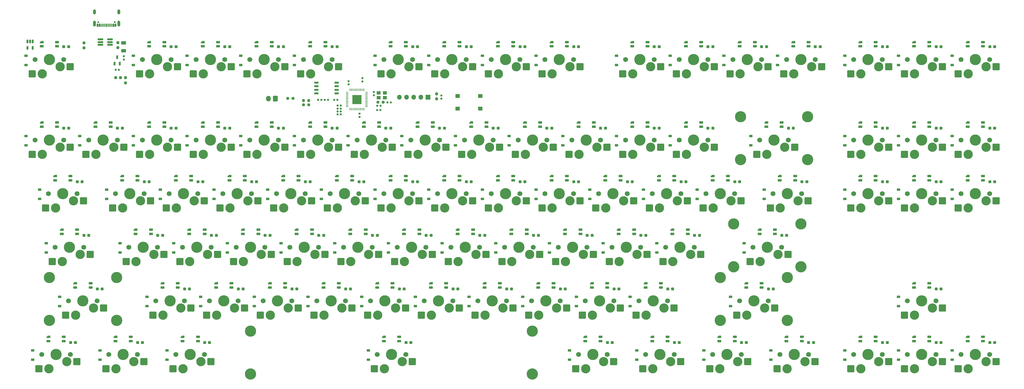
<source format=gbr>
%TF.GenerationSoftware,KiCad,Pcbnew,8.0.8*%
%TF.CreationDate,2025-02-03T11:25:15-05:00*%
%TF.ProjectId,keyboard_pcb,6b657962-6f61-4726-945f-7063622e6b69,rev?*%
%TF.SameCoordinates,Original*%
%TF.FileFunction,Soldermask,Bot*%
%TF.FilePolarity,Negative*%
%FSLAX46Y46*%
G04 Gerber Fmt 4.6, Leading zero omitted, Abs format (unit mm)*
G04 Created by KiCad (PCBNEW 8.0.8) date 2025-02-03 11:25:15*
%MOMM*%
%LPD*%
G01*
G04 APERTURE LIST*
G04 Aperture macros list*
%AMRoundRect*
0 Rectangle with rounded corners*
0 $1 Rounding radius*
0 $2 $3 $4 $5 $6 $7 $8 $9 X,Y pos of 4 corners*
0 Add a 4 corners polygon primitive as box body*
4,1,4,$2,$3,$4,$5,$6,$7,$8,$9,$2,$3,0*
0 Add four circle primitives for the rounded corners*
1,1,$1+$1,$2,$3*
1,1,$1+$1,$4,$5*
1,1,$1+$1,$6,$7*
1,1,$1+$1,$8,$9*
0 Add four rect primitives between the rounded corners*
20,1,$1+$1,$2,$3,$4,$5,0*
20,1,$1+$1,$4,$5,$6,$7,0*
20,1,$1+$1,$6,$7,$8,$9,0*
20,1,$1+$1,$8,$9,$2,$3,0*%
%AMFreePoly0*
4,1,18,-0.410000,0.593000,-0.403758,0.624380,-0.385983,0.650983,-0.359380,0.668758,-0.328000,0.675000,0.328000,0.675000,0.359380,0.668758,0.385983,0.650983,0.403758,0.624380,0.410000,0.593000,0.410000,-0.593000,0.403758,-0.624380,0.385983,-0.650983,0.359380,-0.668758,0.328000,-0.675000,0.000000,-0.675000,-0.410000,-0.265000,-0.410000,0.593000,-0.410000,0.593000,$1*%
G04 Aperture macros list end*
%ADD10C,4.000000*%
%ADD11C,3.987800*%
%ADD12C,1.750000*%
%ADD13C,3.300000*%
%ADD14RoundRect,0.250000X-1.025000X-1.000000X1.025000X-1.000000X1.025000X1.000000X-1.025000X1.000000X0*%
%ADD15RoundRect,0.225000X-0.375000X0.225000X-0.375000X-0.225000X0.375000X-0.225000X0.375000X0.225000X0*%
%ADD16RoundRect,0.237500X-0.300000X-0.237500X0.300000X-0.237500X0.300000X0.237500X-0.300000X0.237500X0*%
%ADD17RoundRect,0.082000X-0.593000X0.328000X-0.593000X-0.328000X0.593000X-0.328000X0.593000X0.328000X0*%
%ADD18FreePoly0,270.000000*%
%ADD19RoundRect,0.250000X-0.625000X0.375000X-0.625000X-0.375000X0.625000X-0.375000X0.625000X0.375000X0*%
%ADD20RoundRect,0.155000X-0.155000X0.212500X-0.155000X-0.212500X0.155000X-0.212500X0.155000X0.212500X0*%
%ADD21RoundRect,0.155000X0.212500X0.155000X-0.212500X0.155000X-0.212500X-0.155000X0.212500X-0.155000X0*%
%ADD22RoundRect,0.237500X-0.237500X0.250000X-0.237500X-0.250000X0.237500X-0.250000X0.237500X0.250000X0*%
%ADD23R,1.700000X1.700000*%
%ADD24O,1.700000X1.700000*%
%ADD25RoundRect,0.155000X-0.212500X-0.155000X0.212500X-0.155000X0.212500X0.155000X-0.212500X0.155000X0*%
%ADD26RoundRect,0.150000X-0.150000X0.512500X-0.150000X-0.512500X0.150000X-0.512500X0.150000X0.512500X0*%
%ADD27RoundRect,0.155000X0.155000X-0.212500X0.155000X0.212500X-0.155000X0.212500X-0.155000X-0.212500X0*%
%ADD28RoundRect,0.250000X0.600000X0.750000X-0.600000X0.750000X-0.600000X-0.750000X0.600000X-0.750000X0*%
%ADD29O,1.700000X2.000000*%
%ADD30R,1.600000X1.400000*%
%ADD31RoundRect,0.237500X0.250000X0.237500X-0.250000X0.237500X-0.250000X-0.237500X0.250000X-0.237500X0*%
%ADD32RoundRect,0.237500X0.287500X0.237500X-0.287500X0.237500X-0.287500X-0.237500X0.287500X-0.237500X0*%
%ADD33RoundRect,0.237500X-0.250000X-0.237500X0.250000X-0.237500X0.250000X0.237500X-0.250000X0.237500X0*%
%ADD34RoundRect,0.150000X0.650000X0.150000X-0.650000X0.150000X-0.650000X-0.150000X0.650000X-0.150000X0*%
%ADD35O,1.000000X2.100000*%
%ADD36O,1.000000X1.800000*%
%ADD37RoundRect,0.150000X-0.150000X-0.425000X0.150000X-0.425000X0.150000X0.425000X-0.150000X0.425000X0*%
%ADD38RoundRect,0.075000X-0.075000X-0.500000X0.075000X-0.500000X0.075000X0.500000X-0.075000X0.500000X0*%
%ADD39C,0.650000*%
%ADD40RoundRect,0.162500X0.837500X0.162500X-0.837500X0.162500X-0.837500X-0.162500X0.837500X-0.162500X0*%
%ADD41R,1.400000X1.200000*%
%ADD42R,3.200000X3.200000*%
%ADD43RoundRect,0.050000X-0.387500X0.050000X-0.387500X-0.050000X0.387500X-0.050000X0.387500X0.050000X0*%
%ADD44RoundRect,0.050000X-0.050000X0.387500X-0.050000X-0.387500X0.050000X-0.387500X0.050000X0.387500X0*%
%ADD45RoundRect,0.150000X0.150000X-0.512500X0.150000X0.512500X-0.150000X0.512500X-0.150000X-0.512500X0*%
G04 APERTURE END LIST*
D10*
%TO.C,S5*%
X209518250Y-149863050D03*
D11*
X209518250Y-134623050D03*
D10*
X109505750Y-149863050D03*
D11*
X109505750Y-134623050D03*
%TD*%
D10*
%TO.C,S4*%
X304800000Y-111760000D03*
D11*
X304800000Y-96520000D03*
D10*
X280987500Y-111760000D03*
D11*
X280987500Y-96520000D03*
%TD*%
D10*
%TO.C,S3*%
X300037500Y-130810000D03*
D11*
X300037500Y-115570000D03*
D10*
X276225000Y-130810000D03*
D11*
X276225000Y-115570000D03*
%TD*%
D10*
%TO.C,S2*%
X61976000Y-130810000D03*
D11*
X61976000Y-115570000D03*
D10*
X38163500Y-130810000D03*
D11*
X38163500Y-115570000D03*
%TD*%
D10*
%TO.C,S1*%
X307181250Y-73660000D03*
D11*
X307181250Y-58420000D03*
D10*
X283368750Y-73660000D03*
D11*
X283368750Y-58420000D03*
%TD*%
D12*
%TO.C,MX17*%
X33020000Y-66675000D03*
D11*
X38100000Y-66675000D03*
D12*
X43180000Y-66675000D03*
D13*
X41910000Y-69215000D03*
D14*
X45460000Y-69215000D03*
X32010000Y-71755000D03*
D13*
X35560000Y-71755000D03*
%TD*%
D15*
%TO.C,D60*%
X215587500Y-103375000D03*
X215587500Y-106675000D03*
%TD*%
D16*
%TO.C,C65*%
X86100000Y-119575000D03*
X87825000Y-119575000D03*
%TD*%
D12*
%TO.C,MX7*%
X175895000Y-38100000D03*
D11*
X180975000Y-38100000D03*
D12*
X186055000Y-38100000D03*
D13*
X184785000Y-40640000D03*
D14*
X188335000Y-40640000D03*
X174885000Y-43180000D03*
D13*
X178435000Y-43180000D03*
%TD*%
D15*
%TO.C,D34*%
X34612500Y-84325000D03*
X34612500Y-87625000D03*
%TD*%
D17*
%TO.C,LED23*%
X155125000Y-61925000D03*
X155125000Y-60425000D03*
X149675000Y-61925000D03*
D18*
X149675000Y-60425000D03*
%TD*%
D15*
%TO.C,D29*%
X258450000Y-65275000D03*
X258450000Y-68575000D03*
%TD*%
D12*
%TO.C,MX24*%
X166370000Y-66675000D03*
D11*
X171450000Y-66675000D03*
D12*
X176530000Y-66675000D03*
D13*
X175260000Y-69215000D03*
D14*
X178810000Y-69215000D03*
X165360000Y-71755000D03*
D13*
X168910000Y-71755000D03*
%TD*%
D17*
%TO.C,LED17*%
X40825000Y-61925000D03*
X40825000Y-60425000D03*
X35375000Y-61925000D03*
D18*
X35375000Y-60425000D03*
%TD*%
D15*
%TO.C,D62*%
X253687500Y-103375000D03*
X253687500Y-106675000D03*
%TD*%
D16*
%TO.C,C68*%
X143250000Y-119575000D03*
X144975000Y-119575000D03*
%TD*%
D15*
%TO.C,D22*%
X125100000Y-65275000D03*
X125100000Y-68575000D03*
%TD*%
D12*
%TO.C,MX10*%
X242570000Y-38100000D03*
D11*
X247650000Y-38100000D03*
D12*
X252730000Y-38100000D03*
D13*
X251460000Y-40640000D03*
D14*
X255010000Y-40640000D03*
X241560000Y-43180000D03*
D13*
X245110000Y-43180000D03*
%TD*%
D15*
%TO.C,D64*%
X41756250Y-122425000D03*
X41756250Y-125725000D03*
%TD*%
%TO.C,D23*%
X144150000Y-65275000D03*
X144150000Y-68575000D03*
%TD*%
D17*
%TO.C,LED43*%
X221800000Y-80975000D03*
X221800000Y-79475000D03*
X216350000Y-80975000D03*
D18*
X216350000Y-79475000D03*
%TD*%
D12*
%TO.C,MX75*%
X283051250Y-123825000D03*
D11*
X288131250Y-123825000D03*
D12*
X293211250Y-123825000D03*
D13*
X291941250Y-126365000D03*
D14*
X295491250Y-126365000D03*
X282041250Y-128905000D03*
D13*
X285591250Y-128905000D03*
%TD*%
D12*
%TO.C,MX71*%
X190182500Y-123825000D03*
D11*
X195262500Y-123825000D03*
D12*
X200342500Y-123825000D03*
D13*
X199072500Y-126365000D03*
D14*
X202622500Y-126365000D03*
X189172500Y-128905000D03*
D13*
X192722500Y-128905000D03*
%TD*%
D17*
%TO.C,LED79*%
X90831250Y-138125000D03*
X90831250Y-136625000D03*
X85381250Y-138125000D03*
D18*
X85381250Y-136625000D03*
%TD*%
D17*
%TO.C,LED29*%
X269425000Y-61925000D03*
X269425000Y-60425000D03*
X263975000Y-61925000D03*
D18*
X263975000Y-60425000D03*
%TD*%
D19*
%TO.C,F1*%
X64475000Y-32150000D03*
X64475000Y-34950000D03*
%TD*%
D12*
%TO.C,MX74*%
X247332500Y-123825000D03*
D11*
X252412500Y-123825000D03*
D12*
X257492500Y-123825000D03*
D13*
X256222500Y-126365000D03*
D14*
X259772500Y-126365000D03*
X246322500Y-128905000D03*
D13*
X249872500Y-128905000D03*
%TD*%
D17*
%TO.C,LED20*%
X97975000Y-61925000D03*
X97975000Y-60425000D03*
X92525000Y-61925000D03*
D18*
X92525000Y-60425000D03*
%TD*%
D15*
%TO.C,D1*%
X29850000Y-36700000D03*
X29850000Y-40000000D03*
%TD*%
D20*
%TO.C,C99*%
X64575000Y-36907500D03*
X64575000Y-38042500D03*
%TD*%
D16*
%TO.C,C45*%
X262312500Y-81475000D03*
X264037500Y-81475000D03*
%TD*%
D17*
%TO.C,LED1*%
X40825000Y-33350000D03*
X40825000Y-31850000D03*
X35375000Y-33350000D03*
D18*
X35375000Y-31850000D03*
%TD*%
D15*
%TO.C,D74*%
X244162500Y-122425000D03*
X244162500Y-125725000D03*
%TD*%
D16*
%TO.C,C24*%
X176587500Y-62425000D03*
X178312500Y-62425000D03*
%TD*%
D17*
%TO.C,LED69*%
X159887500Y-119075000D03*
X159887500Y-117575000D03*
X154437500Y-119075000D03*
D18*
X154437500Y-117575000D03*
%TD*%
D12*
%TO.C,MX68*%
X133032500Y-123825000D03*
D11*
X138112500Y-123825000D03*
D12*
X143192500Y-123825000D03*
D13*
X141922500Y-126365000D03*
D14*
X145472500Y-126365000D03*
X132022500Y-128905000D03*
D13*
X135572500Y-128905000D03*
%TD*%
D21*
%TO.C,C103*%
X159242500Y-53300000D03*
X158107500Y-53300000D03*
%TD*%
D16*
%TO.C,C3*%
X100387500Y-33528000D03*
X102112500Y-33528000D03*
%TD*%
D17*
%TO.C,LED77*%
X43206250Y-138125000D03*
X43206250Y-136625000D03*
X37756250Y-138125000D03*
D18*
X37756250Y-136625000D03*
%TD*%
D17*
%TO.C,LED87*%
X369437500Y-138125000D03*
X369437500Y-136625000D03*
X363987500Y-138125000D03*
D18*
X363987500Y-136625000D03*
%TD*%
D15*
%TO.C,D32*%
X339412500Y-65275000D03*
X339412500Y-68575000D03*
%TD*%
D12*
%TO.C,MX44*%
X233045000Y-85725000D03*
D11*
X238125000Y-85725000D03*
D12*
X243205000Y-85725000D03*
D13*
X241935000Y-88265000D03*
D14*
X245485000Y-88265000D03*
X232035000Y-90805000D03*
D13*
X235585000Y-90805000D03*
%TD*%
D15*
%TO.C,D70*%
X167962500Y-122425000D03*
X167962500Y-125725000D03*
%TD*%
D17*
%TO.C,LED34*%
X45587500Y-80975000D03*
X45587500Y-79475000D03*
X40137500Y-80975000D03*
D18*
X40137500Y-79475000D03*
%TD*%
D12*
%TO.C,MX85*%
X323532500Y-142875000D03*
D11*
X328612500Y-142875000D03*
D12*
X333692500Y-142875000D03*
D13*
X332422500Y-145415000D03*
D14*
X335972500Y-145415000D03*
X322522500Y-147955000D03*
D13*
X326072500Y-147955000D03*
%TD*%
D12*
%TO.C,MX61*%
X237807500Y-104775000D03*
D11*
X242887500Y-104775000D03*
D12*
X247967500Y-104775000D03*
D13*
X246697500Y-107315000D03*
D14*
X250247500Y-107315000D03*
X236797500Y-109855000D03*
D13*
X240347500Y-109855000D03*
%TD*%
D12*
%TO.C,MX28*%
X242570000Y-66675000D03*
D11*
X247650000Y-66675000D03*
D12*
X252730000Y-66675000D03*
D13*
X251460000Y-69215000D03*
D14*
X255010000Y-69215000D03*
X241560000Y-71755000D03*
D13*
X245110000Y-71755000D03*
%TD*%
D21*
%TO.C,C89*%
X140317500Y-52350000D03*
X139182500Y-52350000D03*
%TD*%
D17*
%TO.C,LED53*%
X93212500Y-100025000D03*
X93212500Y-98525000D03*
X87762500Y-100025000D03*
D18*
X87762500Y-98525000D03*
%TD*%
D17*
%TO.C,LED28*%
X250375000Y-61925000D03*
X250375000Y-60425000D03*
X244925000Y-61925000D03*
D18*
X244925000Y-60425000D03*
%TD*%
D12*
%TO.C,MX39*%
X137795000Y-85725000D03*
D11*
X142875000Y-85725000D03*
D12*
X147955000Y-85725000D03*
D13*
X146685000Y-88265000D03*
D14*
X150235000Y-88265000D03*
X136785000Y-90805000D03*
D13*
X140335000Y-90805000D03*
%TD*%
D15*
%TO.C,D63*%
X284643750Y-103375000D03*
X284643750Y-106675000D03*
%TD*%
D12*
%TO.C,MX25*%
X185420000Y-66675000D03*
D11*
X190500000Y-66675000D03*
D12*
X195580000Y-66675000D03*
D13*
X194310000Y-69215000D03*
D14*
X197860000Y-69215000D03*
X184410000Y-71755000D03*
D13*
X187960000Y-71755000D03*
%TD*%
D15*
%TO.C,D43*%
X210825000Y-84325000D03*
X210825000Y-87625000D03*
%TD*%
D16*
%TO.C,C80*%
X164681250Y-138625000D03*
X166406250Y-138625000D03*
%TD*%
D15*
%TO.C,D68*%
X129862500Y-122425000D03*
X129862500Y-125725000D03*
%TD*%
D17*
%TO.C,LED32*%
X350387500Y-61925000D03*
X350387500Y-60425000D03*
X344937500Y-61925000D03*
D18*
X344937500Y-60425000D03*
%TD*%
D12*
%TO.C,MX26*%
X204470000Y-66675000D03*
D11*
X209550000Y-66675000D03*
D12*
X214630000Y-66675000D03*
D13*
X213360000Y-69215000D03*
D14*
X216910000Y-69215000D03*
X203460000Y-71755000D03*
D13*
X207010000Y-71755000D03*
%TD*%
D16*
%TO.C,C69*%
X162300000Y-119575000D03*
X164025000Y-119575000D03*
%TD*%
D17*
%TO.C,LED76*%
X350387500Y-119075000D03*
X350387500Y-117575000D03*
X344937500Y-119075000D03*
D18*
X344937500Y-117575000D03*
%TD*%
D17*
%TO.C,LED75*%
X290856250Y-119075000D03*
X290856250Y-117575000D03*
X285406250Y-119075000D03*
D18*
X285406250Y-117575000D03*
%TD*%
D17*
%TO.C,LED78*%
X67018750Y-138125000D03*
X67018750Y-136625000D03*
X61568750Y-138125000D03*
D18*
X61568750Y-136625000D03*
%TD*%
D15*
%TO.C,D67*%
X110812500Y-122425000D03*
X110812500Y-125725000D03*
%TD*%
D12*
%TO.C,MX56*%
X142557500Y-104775000D03*
D11*
X147637500Y-104775000D03*
D12*
X152717500Y-104775000D03*
D13*
X151447500Y-107315000D03*
D14*
X154997500Y-107315000D03*
X141547500Y-109855000D03*
D13*
X145097500Y-109855000D03*
%TD*%
D17*
%TO.C,LED70*%
X178937500Y-119075000D03*
X178937500Y-117575000D03*
X173487500Y-119075000D03*
D18*
X173487500Y-117575000D03*
%TD*%
D15*
%TO.C,D65*%
X72712500Y-122425000D03*
X72712500Y-125725000D03*
%TD*%
D17*
%TO.C,LED50*%
X369437500Y-80975000D03*
X369437500Y-79475000D03*
X363987500Y-80975000D03*
D18*
X363987500Y-79475000D03*
%TD*%
D16*
%TO.C,C14*%
X333750000Y-33528000D03*
X335475000Y-33528000D03*
%TD*%
D12*
%TO.C,MX70*%
X171132500Y-123825000D03*
D11*
X176212500Y-123825000D03*
D12*
X181292500Y-123825000D03*
D13*
X180022500Y-126365000D03*
D14*
X183572500Y-126365000D03*
X170122500Y-128905000D03*
D13*
X173672500Y-128905000D03*
%TD*%
D15*
%TO.C,D18*%
X48900000Y-65275000D03*
X48900000Y-68575000D03*
%TD*%
%TO.C,D3*%
X87000000Y-36700000D03*
X87000000Y-40000000D03*
%TD*%
D12*
%TO.C,MX59*%
X199707500Y-104775000D03*
D11*
X204787500Y-104775000D03*
D12*
X209867500Y-104775000D03*
D13*
X208597500Y-107315000D03*
D14*
X212147500Y-107315000D03*
X198697500Y-109855000D03*
D13*
X202247500Y-109855000D03*
%TD*%
D22*
%TO.C,R5*%
X62425000Y-33862500D03*
X62425000Y-32037500D03*
%TD*%
D12*
%TO.C,MX40*%
X156845000Y-85725000D03*
D11*
X161925000Y-85725000D03*
D12*
X167005000Y-85725000D03*
D13*
X165735000Y-88265000D03*
D14*
X169285000Y-88265000D03*
X155835000Y-90805000D03*
D13*
X159385000Y-90805000D03*
%TD*%
D16*
%TO.C,C79*%
X93243750Y-138625000D03*
X94968750Y-138625000D03*
%TD*%
D17*
%TO.C,LED16*%
X369437500Y-33350000D03*
X369437500Y-31850000D03*
X363987500Y-33350000D03*
D18*
X363987500Y-31850000D03*
%TD*%
D12*
%TO.C,MX41*%
X175895000Y-85725000D03*
D11*
X180975000Y-85725000D03*
D12*
X186055000Y-85725000D03*
D13*
X184785000Y-88265000D03*
D14*
X188335000Y-88265000D03*
X174885000Y-90805000D03*
D13*
X178435000Y-90805000D03*
%TD*%
D15*
%TO.C,D79*%
X79856250Y-141475000D03*
X79856250Y-144775000D03*
%TD*%
%TO.C,D14*%
X320362500Y-36700000D03*
X320362500Y-40000000D03*
%TD*%
D23*
%TO.C,J3*%
X172525000Y-51450000D03*
D24*
X169985000Y-51450000D03*
X167445000Y-51450000D03*
X164905000Y-51450000D03*
X162365000Y-51450000D03*
%TD*%
D17*
%TO.C,LED33*%
X369437500Y-61925000D03*
X369437500Y-60425000D03*
X363987500Y-61925000D03*
D18*
X363987500Y-60425000D03*
%TD*%
D16*
%TO.C,C71*%
X200400000Y-119575000D03*
X202125000Y-119575000D03*
%TD*%
D12*
%TO.C,MX42*%
X194945000Y-85725000D03*
D11*
X200025000Y-85725000D03*
D12*
X205105000Y-85725000D03*
D13*
X203835000Y-88265000D03*
D14*
X207385000Y-88265000D03*
X193935000Y-90805000D03*
D13*
X197485000Y-90805000D03*
%TD*%
D12*
%TO.C,MX38*%
X118745000Y-85725000D03*
D11*
X123825000Y-85725000D03*
D12*
X128905000Y-85725000D03*
D13*
X127635000Y-88265000D03*
D14*
X131185000Y-88265000D03*
X117735000Y-90805000D03*
D13*
X121285000Y-90805000D03*
%TD*%
D17*
%TO.C,LED42*%
X202750000Y-80975000D03*
X202750000Y-79475000D03*
X197300000Y-80975000D03*
D18*
X197300000Y-79475000D03*
%TD*%
D15*
%TO.C,D81*%
X222731250Y-141475000D03*
X222731250Y-144775000D03*
%TD*%
%TO.C,D59*%
X196537500Y-103375000D03*
X196537500Y-106675000D03*
%TD*%
D17*
%TO.C,LED30*%
X298000000Y-61925000D03*
X298000000Y-60425000D03*
X292550000Y-61925000D03*
D18*
X292550000Y-60425000D03*
%TD*%
D16*
%TO.C,C26*%
X214687500Y-62425000D03*
X216412500Y-62425000D03*
%TD*%
%TO.C,C10*%
X252787500Y-33528000D03*
X254512500Y-33528000D03*
%TD*%
%TO.C,C72*%
X219450000Y-119575000D03*
X221175000Y-119575000D03*
%TD*%
D25*
%TO.C,C94*%
X154482500Y-54525000D03*
X155617500Y-54525000D03*
%TD*%
D17*
%TO.C,LED60*%
X226562500Y-100025000D03*
X226562500Y-98525000D03*
X221112500Y-100025000D03*
D18*
X221112500Y-98525000D03*
%TD*%
D12*
%TO.C,MX15*%
X342582500Y-38100000D03*
D11*
X347662500Y-38100000D03*
D12*
X352742500Y-38100000D03*
D13*
X351472500Y-40640000D03*
D14*
X355022500Y-40640000D03*
X341572500Y-43180000D03*
D13*
X345122500Y-43180000D03*
%TD*%
D12*
%TO.C,MX76*%
X342582500Y-123825000D03*
D11*
X347662500Y-123825000D03*
D12*
X352742500Y-123825000D03*
D13*
X351472500Y-126365000D03*
D14*
X355022500Y-126365000D03*
X341572500Y-128905000D03*
D13*
X345122500Y-128905000D03*
%TD*%
D17*
%TO.C,LED6*%
X164650000Y-33350000D03*
X164650000Y-31850000D03*
X159200000Y-33350000D03*
D18*
X159200000Y-31850000D03*
%TD*%
D12*
%TO.C,MX66*%
X94932500Y-123825000D03*
D11*
X100012500Y-123825000D03*
D12*
X105092500Y-123825000D03*
D13*
X103822500Y-126365000D03*
D14*
X107372500Y-126365000D03*
X93922500Y-128905000D03*
D13*
X97472500Y-128905000D03*
%TD*%
D15*
%TO.C,D21*%
X106050000Y-65275000D03*
X106050000Y-68575000D03*
%TD*%
D17*
%TO.C,LED71*%
X197987500Y-119075000D03*
X197987500Y-117575000D03*
X192537500Y-119075000D03*
D18*
X192537500Y-117575000D03*
%TD*%
D12*
%TO.C,MX52*%
X66357500Y-104775000D03*
D11*
X71437500Y-104775000D03*
D12*
X76517500Y-104775000D03*
D13*
X75247500Y-107315000D03*
D14*
X78797500Y-107315000D03*
X65347500Y-109855000D03*
D13*
X68897500Y-109855000D03*
%TD*%
D16*
%TO.C,C12*%
X290887500Y-33528000D03*
X292612500Y-33528000D03*
%TD*%
D15*
%TO.C,D87*%
X358462500Y-141475000D03*
X358462500Y-144775000D03*
%TD*%
D16*
%TO.C,C40*%
X167062500Y-81475000D03*
X168787500Y-81475000D03*
%TD*%
%TO.C,C60*%
X228975000Y-100525000D03*
X230700000Y-100525000D03*
%TD*%
D17*
%TO.C,LED11*%
X269425000Y-33350000D03*
X269425000Y-31850000D03*
X263975000Y-33350000D03*
D18*
X263975000Y-31850000D03*
%TD*%
D16*
%TO.C,C64*%
X55143750Y-119575000D03*
X56868750Y-119575000D03*
%TD*%
D15*
%TO.C,D20*%
X87000000Y-65275000D03*
X87000000Y-68575000D03*
%TD*%
D16*
%TO.C,C42*%
X205162500Y-81475000D03*
X206887500Y-81475000D03*
%TD*%
D15*
%TO.C,D6*%
X153675000Y-36700000D03*
X153675000Y-40000000D03*
%TD*%
D16*
%TO.C,C4*%
X119437500Y-33528000D03*
X121162500Y-33528000D03*
%TD*%
D12*
%TO.C,MX35*%
X61595000Y-85725000D03*
D11*
X66675000Y-85725000D03*
D12*
X71755000Y-85725000D03*
D13*
X70485000Y-88265000D03*
D14*
X74035000Y-88265000D03*
X60585000Y-90805000D03*
D13*
X64135000Y-90805000D03*
%TD*%
D12*
%TO.C,MX55*%
X123507500Y-104775000D03*
D11*
X128587500Y-104775000D03*
D12*
X133667500Y-104775000D03*
D13*
X132397500Y-107315000D03*
D14*
X135947500Y-107315000D03*
X122497500Y-109855000D03*
D13*
X126047500Y-109855000D03*
%TD*%
D12*
%TO.C,MX80*%
X154463750Y-142875000D03*
D11*
X159543750Y-142875000D03*
D12*
X164623750Y-142875000D03*
D13*
X163353750Y-145415000D03*
D14*
X166903750Y-145415000D03*
X153453750Y-147955000D03*
D13*
X157003750Y-147955000D03*
%TD*%
D12*
%TO.C,MX51*%
X40163750Y-104775000D03*
D11*
X45243750Y-104775000D03*
D12*
X50323750Y-104775000D03*
D13*
X49053750Y-107315000D03*
D14*
X52603750Y-107315000D03*
X39153750Y-109855000D03*
D13*
X42703750Y-109855000D03*
%TD*%
D16*
%TO.C,C23*%
X157537500Y-62425000D03*
X159262500Y-62425000D03*
%TD*%
D17*
%TO.C,LED51*%
X47968750Y-100025000D03*
X47968750Y-98525000D03*
X42518750Y-100025000D03*
D18*
X42518750Y-98525000D03*
%TD*%
D15*
%TO.C,D36*%
X77475000Y-84325000D03*
X77475000Y-87625000D03*
%TD*%
D17*
%TO.C,LED63*%
X295618750Y-100025000D03*
X295618750Y-98525000D03*
X290168750Y-100025000D03*
D18*
X290168750Y-98525000D03*
%TD*%
D15*
%TO.C,D80*%
X151293750Y-141475000D03*
X151293750Y-144775000D03*
%TD*%
%TO.C,D37*%
X96525000Y-84325000D03*
X96525000Y-87625000D03*
%TD*%
%TO.C,D41*%
X172725000Y-84325000D03*
X172725000Y-87625000D03*
%TD*%
D16*
%TO.C,C85*%
X333750000Y-138625000D03*
X335475000Y-138625000D03*
%TD*%
D15*
%TO.C,D82*%
X246543750Y-141475000D03*
X246543750Y-144775000D03*
%TD*%
D12*
%TO.C,MX50*%
X361632500Y-85725000D03*
D11*
X366712500Y-85725000D03*
D12*
X371792500Y-85725000D03*
D13*
X370522500Y-88265000D03*
D14*
X374072500Y-88265000D03*
X360622500Y-90805000D03*
D13*
X364172500Y-90805000D03*
%TD*%
D22*
%TO.C,R8*%
X65150000Y-44512500D03*
X65150000Y-46337500D03*
%TD*%
D12*
%TO.C,MX73*%
X228282500Y-123825000D03*
D11*
X233362500Y-123825000D03*
D12*
X238442500Y-123825000D03*
D13*
X237172500Y-126365000D03*
D14*
X240722500Y-126365000D03*
X227272500Y-128905000D03*
D13*
X230822500Y-128905000D03*
%TD*%
D17*
%TO.C,LED15*%
X350387500Y-33350000D03*
X350387500Y-31850000D03*
X344937500Y-33350000D03*
D18*
X344937500Y-31850000D03*
%TD*%
D16*
%TO.C,C76*%
X352800000Y-119575000D03*
X354525000Y-119575000D03*
%TD*%
D17*
%TO.C,LED19*%
X78925000Y-61925000D03*
X78925000Y-60425000D03*
X73475000Y-61925000D03*
D18*
X73475000Y-60425000D03*
%TD*%
D15*
%TO.C,D44*%
X229875000Y-84325000D03*
X229875000Y-87625000D03*
%TD*%
%TO.C,D38*%
X115575000Y-84325000D03*
X115575000Y-87625000D03*
%TD*%
D17*
%TO.C,LED7*%
X183700000Y-33350000D03*
X183700000Y-31850000D03*
X178250000Y-33350000D03*
D18*
X178250000Y-31850000D03*
%TD*%
D16*
%TO.C,C51*%
X50381250Y-100525000D03*
X52106250Y-100525000D03*
%TD*%
%TO.C,C57*%
X171825000Y-100525000D03*
X173550000Y-100525000D03*
%TD*%
D15*
%TO.C,D56*%
X139387500Y-103375000D03*
X139387500Y-106675000D03*
%TD*%
D16*
%TO.C,C15*%
X352800000Y-33528000D03*
X354525000Y-33528000D03*
%TD*%
D17*
%TO.C,LED85*%
X331337500Y-138125000D03*
X331337500Y-136625000D03*
X325887500Y-138125000D03*
D18*
X325887500Y-136625000D03*
%TD*%
D17*
%TO.C,LED18*%
X59875000Y-61925000D03*
X59875000Y-60425000D03*
X54425000Y-61925000D03*
D18*
X54425000Y-60425000D03*
%TD*%
D17*
%TO.C,LED80*%
X162268750Y-138125000D03*
X162268750Y-136625000D03*
X156818750Y-138125000D03*
D18*
X156818750Y-136625000D03*
%TD*%
D12*
%TO.C,MX8*%
X194945000Y-38100000D03*
D11*
X200025000Y-38100000D03*
D12*
X205105000Y-38100000D03*
D13*
X203835000Y-40640000D03*
D14*
X207385000Y-40640000D03*
X193935000Y-43180000D03*
D13*
X197485000Y-43180000D03*
%TD*%
D17*
%TO.C,LED36*%
X88450000Y-80975000D03*
X88450000Y-79475000D03*
X83000000Y-80975000D03*
D18*
X83000000Y-79475000D03*
%TD*%
D15*
%TO.C,D72*%
X206062500Y-122425000D03*
X206062500Y-125725000D03*
%TD*%
D16*
%TO.C,C78*%
X69431250Y-138625000D03*
X71156250Y-138625000D03*
%TD*%
%TO.C,C29*%
X271837500Y-62425000D03*
X273562500Y-62425000D03*
%TD*%
D12*
%TO.C,MX53*%
X85407500Y-104775000D03*
D11*
X90487500Y-104775000D03*
D12*
X95567500Y-104775000D03*
D13*
X94297500Y-107315000D03*
D14*
X97847500Y-107315000D03*
X84397500Y-109855000D03*
D13*
X87947500Y-109855000D03*
%TD*%
D12*
%TO.C,MX81*%
X225901250Y-142875000D03*
D11*
X230981250Y-142875000D03*
D12*
X236061250Y-142875000D03*
D13*
X234791250Y-145415000D03*
D14*
X238341250Y-145415000D03*
X224891250Y-147955000D03*
D13*
X228441250Y-147955000D03*
%TD*%
D16*
%TO.C,C70*%
X181350000Y-119575000D03*
X183075000Y-119575000D03*
%TD*%
D15*
%TO.C,D27*%
X220350000Y-65275000D03*
X220350000Y-68575000D03*
%TD*%
D16*
%TO.C,C5*%
X138487500Y-33528000D03*
X140212500Y-33528000D03*
%TD*%
D26*
%TO.C,U4*%
X30317500Y-31652500D03*
X31267500Y-31652500D03*
X32217500Y-31652500D03*
X32217500Y-33927500D03*
X30317500Y-33927500D03*
%TD*%
D17*
%TO.C,LED47*%
X302762500Y-80975000D03*
X302762500Y-79475000D03*
X297312500Y-80975000D03*
D18*
X297312500Y-79475000D03*
%TD*%
D12*
%TO.C,MX84*%
X297338750Y-142875000D03*
D11*
X302418750Y-142875000D03*
D12*
X307498750Y-142875000D03*
D13*
X306228750Y-145415000D03*
D14*
X309778750Y-145415000D03*
X296328750Y-147955000D03*
D13*
X299878750Y-147955000D03*
%TD*%
D16*
%TO.C,C6*%
X167062500Y-33528000D03*
X168787500Y-33528000D03*
%TD*%
%TO.C,C37*%
X109912500Y-81475000D03*
X111637500Y-81475000D03*
%TD*%
D20*
%TO.C,C96*%
X148150000Y-57307500D03*
X148150000Y-58442500D03*
%TD*%
D17*
%TO.C,LED58*%
X188462500Y-100025000D03*
X188462500Y-98525000D03*
X183012500Y-100025000D03*
D18*
X183012500Y-98525000D03*
%TD*%
D27*
%TO.C,C95*%
X149225000Y-45817500D03*
X149225000Y-44682500D03*
%TD*%
D15*
%TO.C,D8*%
X191775000Y-36700000D03*
X191775000Y-40000000D03*
%TD*%
D12*
%TO.C,MX3*%
X90170000Y-38100000D03*
D11*
X95250000Y-38100000D03*
D12*
X100330000Y-38100000D03*
D13*
X99060000Y-40640000D03*
D14*
X102610000Y-40640000D03*
X89160000Y-43180000D03*
D13*
X92710000Y-43180000D03*
%TD*%
D12*
%TO.C,MX5*%
X128270000Y-38100000D03*
D11*
X133350000Y-38100000D03*
D12*
X138430000Y-38100000D03*
D13*
X137160000Y-40640000D03*
D14*
X140710000Y-40640000D03*
X127260000Y-43180000D03*
D13*
X130810000Y-43180000D03*
%TD*%
D17*
%TO.C,LED86*%
X350387500Y-138125000D03*
X350387500Y-136625000D03*
X344937500Y-138125000D03*
D18*
X344937500Y-136625000D03*
%TD*%
D25*
%TO.C,C101*%
X61632500Y-41700000D03*
X62767500Y-41700000D03*
%TD*%
D12*
%TO.C,MX77*%
X35401250Y-142875000D03*
D11*
X40481250Y-142875000D03*
D12*
X45561250Y-142875000D03*
D13*
X44291250Y-145415000D03*
D14*
X47841250Y-145415000D03*
X34391250Y-147955000D03*
D13*
X37941250Y-147955000D03*
%TD*%
D16*
%TO.C,C61*%
X248025000Y-100525000D03*
X249750000Y-100525000D03*
%TD*%
D12*
%TO.C,MX29*%
X261620000Y-66675000D03*
D11*
X266700000Y-66675000D03*
D12*
X271780000Y-66675000D03*
D13*
X270510000Y-69215000D03*
D14*
X274060000Y-69215000D03*
X260610000Y-71755000D03*
D13*
X264160000Y-71755000D03*
%TD*%
D15*
%TO.C,D10*%
X239400000Y-36700000D03*
X239400000Y-40000000D03*
%TD*%
D17*
%TO.C,LED57*%
X169412500Y-100025000D03*
X169412500Y-98525000D03*
X163962500Y-100025000D03*
D18*
X163962500Y-98525000D03*
%TD*%
D16*
%TO.C,C35*%
X71812500Y-81475000D03*
X73537500Y-81475000D03*
%TD*%
D12*
%TO.C,MX32*%
X342582500Y-66675000D03*
D11*
X347662500Y-66675000D03*
D12*
X352742500Y-66675000D03*
D13*
X351472500Y-69215000D03*
D14*
X355022500Y-69215000D03*
X341572500Y-71755000D03*
D13*
X345122500Y-71755000D03*
%TD*%
D16*
%TO.C,C18*%
X62287500Y-62425000D03*
X64012500Y-62425000D03*
%TD*%
%TO.C,C75*%
X293268750Y-119575000D03*
X294993750Y-119575000D03*
%TD*%
%TO.C,C52*%
X76575000Y-100525000D03*
X78300000Y-100525000D03*
%TD*%
D17*
%TO.C,LED26*%
X212275000Y-61925000D03*
X212275000Y-60425000D03*
X206825000Y-61925000D03*
D18*
X206825000Y-60425000D03*
%TD*%
D17*
%TO.C,LED55*%
X131312500Y-100025000D03*
X131312500Y-98525000D03*
X125862500Y-100025000D03*
D18*
X125862500Y-98525000D03*
%TD*%
D15*
%TO.C,D48*%
X320362500Y-84325000D03*
X320362500Y-87625000D03*
%TD*%
D16*
%TO.C,C28*%
X252787500Y-62425000D03*
X254512500Y-62425000D03*
%TD*%
D12*
%TO.C,MX14*%
X323532500Y-38100000D03*
D11*
X328612500Y-38100000D03*
D12*
X333692500Y-38100000D03*
D13*
X332422500Y-40640000D03*
D14*
X335972500Y-40640000D03*
X322522500Y-43180000D03*
D13*
X326072500Y-43180000D03*
%TD*%
D16*
%TO.C,C63*%
X298031250Y-100525000D03*
X299756250Y-100525000D03*
%TD*%
D15*
%TO.C,D58*%
X177487500Y-103375000D03*
X177487500Y-106675000D03*
%TD*%
D12*
%TO.C,MX4*%
X109220000Y-38100000D03*
D11*
X114300000Y-38100000D03*
D12*
X119380000Y-38100000D03*
D13*
X118110000Y-40640000D03*
D14*
X121660000Y-40640000D03*
X108210000Y-43180000D03*
D13*
X111760000Y-43180000D03*
%TD*%
D15*
%TO.C,D78*%
X56043750Y-141475000D03*
X56043750Y-144775000D03*
%TD*%
D17*
%TO.C,LED54*%
X112262500Y-100025000D03*
X112262500Y-98525000D03*
X106812500Y-100025000D03*
D18*
X106812500Y-98525000D03*
%TD*%
D12*
%TO.C,MX82*%
X249713750Y-142875000D03*
D11*
X254793750Y-142875000D03*
D12*
X259873750Y-142875000D03*
D13*
X258603750Y-145415000D03*
D14*
X262153750Y-145415000D03*
X248703750Y-147955000D03*
D13*
X252253750Y-147955000D03*
%TD*%
D15*
%TO.C,D31*%
X320362500Y-65275000D03*
X320362500Y-68575000D03*
%TD*%
%TO.C,D75*%
X279881250Y-122425000D03*
X279881250Y-125725000D03*
%TD*%
%TO.C,D61*%
X234637500Y-103375000D03*
X234637500Y-106675000D03*
%TD*%
%TO.C,D9*%
X210825000Y-36700000D03*
X210825000Y-40000000D03*
%TD*%
%TO.C,D17*%
X29850000Y-65275000D03*
X29850000Y-68575000D03*
%TD*%
D12*
%TO.C,MX78*%
X59213750Y-142875000D03*
D11*
X64293750Y-142875000D03*
D12*
X69373750Y-142875000D03*
D13*
X68103750Y-145415000D03*
D14*
X71653750Y-145415000D03*
X58203750Y-147955000D03*
D13*
X61753750Y-147955000D03*
%TD*%
D15*
%TO.C,D86*%
X339412500Y-141475000D03*
X339412500Y-144775000D03*
%TD*%
D12*
%TO.C,MX72*%
X209232500Y-123825000D03*
D11*
X214312500Y-123825000D03*
D12*
X219392500Y-123825000D03*
D13*
X218122500Y-126365000D03*
D14*
X221672500Y-126365000D03*
X208222500Y-128905000D03*
D13*
X211772500Y-128905000D03*
%TD*%
D12*
%TO.C,MX13*%
X299720000Y-38100000D03*
D11*
X304800000Y-38100000D03*
D12*
X309880000Y-38100000D03*
D13*
X308610000Y-40640000D03*
D14*
X312160000Y-40640000D03*
X298710000Y-43180000D03*
D13*
X302260000Y-43180000D03*
%TD*%
D15*
%TO.C,D4*%
X106050000Y-36700000D03*
X106050000Y-40000000D03*
%TD*%
D12*
%TO.C,MX19*%
X71120000Y-66675000D03*
D11*
X76200000Y-66675000D03*
D12*
X81280000Y-66675000D03*
D13*
X80010000Y-69215000D03*
D14*
X83560000Y-69215000D03*
X70110000Y-71755000D03*
D13*
X73660000Y-71755000D03*
%TD*%
D17*
%TO.C,LED12*%
X288475000Y-33350000D03*
X288475000Y-31850000D03*
X283025000Y-33350000D03*
D18*
X283025000Y-31850000D03*
%TD*%
D16*
%TO.C,C86*%
X352800000Y-138625000D03*
X354525000Y-138625000D03*
%TD*%
D15*
%TO.C,D5*%
X125100000Y-36700000D03*
X125100000Y-40000000D03*
%TD*%
D16*
%TO.C,C47*%
X305175000Y-81475000D03*
X306900000Y-81475000D03*
%TD*%
D17*
%TO.C,LED4*%
X117025000Y-33350000D03*
X117025000Y-31850000D03*
X111575000Y-33350000D03*
D18*
X111575000Y-31850000D03*
%TD*%
D16*
%TO.C,C62*%
X267075000Y-100525000D03*
X268800000Y-100525000D03*
%TD*%
D12*
%TO.C,MX54*%
X104457500Y-104775000D03*
D11*
X109537500Y-104775000D03*
D12*
X114617500Y-104775000D03*
D13*
X113347500Y-107315000D03*
D14*
X116897500Y-107315000D03*
X103447500Y-109855000D03*
D13*
X106997500Y-109855000D03*
%TD*%
D15*
%TO.C,D73*%
X225112500Y-122425000D03*
X225112500Y-125725000D03*
%TD*%
D28*
%TO.C,J2*%
X118325000Y-51975000D03*
D29*
X115825000Y-51975000D03*
%TD*%
D17*
%TO.C,LED52*%
X74162500Y-100025000D03*
X74162500Y-98525000D03*
X68712500Y-100025000D03*
D18*
X68712500Y-98525000D03*
%TD*%
D17*
%TO.C,LED38*%
X126550000Y-80975000D03*
X126550000Y-79475000D03*
X121100000Y-80975000D03*
D18*
X121100000Y-79475000D03*
%TD*%
D17*
%TO.C,LED5*%
X136075000Y-33350000D03*
X136075000Y-31850000D03*
X130625000Y-33350000D03*
D18*
X130625000Y-31850000D03*
%TD*%
D12*
%TO.C,MX79*%
X83026250Y-142875000D03*
D11*
X88106250Y-142875000D03*
D12*
X93186250Y-142875000D03*
D13*
X91916250Y-145415000D03*
D14*
X95466250Y-145415000D03*
X82016250Y-147955000D03*
D13*
X85566250Y-147955000D03*
%TD*%
D15*
%TO.C,D39*%
X134625000Y-84325000D03*
X134625000Y-87625000D03*
%TD*%
D17*
%TO.C,LED25*%
X193225000Y-61925000D03*
X193225000Y-60425000D03*
X187775000Y-61925000D03*
D18*
X187775000Y-60425000D03*
%TD*%
D17*
%TO.C,LED61*%
X245612500Y-100025000D03*
X245612500Y-98525000D03*
X240162500Y-100025000D03*
D18*
X240162500Y-98525000D03*
%TD*%
D15*
%TO.C,D42*%
X191775000Y-84325000D03*
X191775000Y-87625000D03*
%TD*%
%TO.C,D33*%
X358462500Y-65275000D03*
X358462500Y-68575000D03*
%TD*%
D12*
%TO.C,MX49*%
X342582500Y-85725000D03*
D11*
X347662500Y-85725000D03*
D12*
X352742500Y-85725000D03*
D13*
X351472500Y-88265000D03*
D14*
X355022500Y-88265000D03*
X341572500Y-90805000D03*
D13*
X345122500Y-90805000D03*
%TD*%
D16*
%TO.C,C38*%
X128962500Y-81475000D03*
X130687500Y-81475000D03*
%TD*%
D12*
%TO.C,MX43*%
X213995000Y-85725000D03*
D11*
X219075000Y-85725000D03*
D12*
X224155000Y-85725000D03*
D13*
X222885000Y-88265000D03*
D14*
X226435000Y-88265000D03*
X212985000Y-90805000D03*
D13*
X216535000Y-90805000D03*
%TD*%
D30*
%TO.C,SW1*%
X182992500Y-55475000D03*
X190992500Y-55475000D03*
X182992500Y-50975000D03*
X190992500Y-50975000D03*
%TD*%
D12*
%TO.C,MX2*%
X71120000Y-38100000D03*
D11*
X76200000Y-38100000D03*
D12*
X81280000Y-38100000D03*
D13*
X80010000Y-40640000D03*
D14*
X83560000Y-40640000D03*
X70110000Y-43180000D03*
D13*
X73660000Y-43180000D03*
%TD*%
D17*
%TO.C,LED41*%
X183700000Y-80975000D03*
X183700000Y-79475000D03*
X178250000Y-80975000D03*
D18*
X178250000Y-79475000D03*
%TD*%
D27*
%TO.C,C100*%
X177200000Y-51942500D03*
X177200000Y-50807500D03*
%TD*%
D25*
%TO.C,C88*%
X154457500Y-55975000D03*
X155592500Y-55975000D03*
%TD*%
D12*
%TO.C,MX87*%
X361632500Y-142875000D03*
D11*
X366712500Y-142875000D03*
D12*
X371792500Y-142875000D03*
D13*
X370522500Y-145415000D03*
D14*
X374072500Y-145415000D03*
X360622500Y-147955000D03*
D13*
X364172500Y-147955000D03*
%TD*%
D25*
%TO.C,C98*%
X140382500Y-54375000D03*
X141517500Y-54375000D03*
%TD*%
D31*
%TO.C,R4*%
X130137500Y-54125000D03*
X128312500Y-54125000D03*
%TD*%
D12*
%TO.C,MX18*%
X52070000Y-66675000D03*
D11*
X57150000Y-66675000D03*
D12*
X62230000Y-66675000D03*
D13*
X60960000Y-69215000D03*
D14*
X64510000Y-69215000D03*
X51060000Y-71755000D03*
D13*
X54610000Y-71755000D03*
%TD*%
D12*
%TO.C,MX64*%
X44926250Y-123825000D03*
D11*
X50006250Y-123825000D03*
D12*
X55086250Y-123825000D03*
D13*
X53816250Y-126365000D03*
D14*
X57366250Y-126365000D03*
X43916250Y-128905000D03*
D13*
X47466250Y-128905000D03*
%TD*%
D17*
%TO.C,LED83*%
X281331250Y-138125000D03*
X281331250Y-136625000D03*
X275881250Y-138125000D03*
D18*
X275881250Y-136625000D03*
%TD*%
D17*
%TO.C,LED44*%
X240850000Y-80975000D03*
X240850000Y-79475000D03*
X235400000Y-80975000D03*
D18*
X235400000Y-79475000D03*
%TD*%
D15*
%TO.C,D16*%
X358462500Y-36700000D03*
X358462500Y-40000000D03*
%TD*%
D16*
%TO.C,C27*%
X233737500Y-62425000D03*
X235462500Y-62425000D03*
%TD*%
%TO.C,C77*%
X45618750Y-138625000D03*
X47343750Y-138625000D03*
%TD*%
D17*
%TO.C,LED9*%
X221800000Y-33350000D03*
X221800000Y-31850000D03*
X216350000Y-33350000D03*
D18*
X216350000Y-31850000D03*
%TD*%
D15*
%TO.C,D84*%
X294168750Y-141475000D03*
X294168750Y-144775000D03*
%TD*%
D16*
%TO.C,C50*%
X371850000Y-81475000D03*
X373575000Y-81475000D03*
%TD*%
D15*
%TO.C,D25*%
X182250000Y-65275000D03*
X182250000Y-68575000D03*
%TD*%
%TO.C,D45*%
X248925000Y-84325000D03*
X248925000Y-87625000D03*
%TD*%
D17*
%TO.C,LED45*%
X259900000Y-80975000D03*
X259900000Y-79475000D03*
X254450000Y-80975000D03*
D18*
X254450000Y-79475000D03*
%TD*%
D12*
%TO.C,MX83*%
X273526250Y-142875000D03*
D11*
X278606250Y-142875000D03*
D12*
X283686250Y-142875000D03*
D13*
X282416250Y-145415000D03*
D14*
X285966250Y-145415000D03*
X272516250Y-147955000D03*
D13*
X276066250Y-147955000D03*
%TD*%
D15*
%TO.C,D52*%
X63187500Y-103375000D03*
X63187500Y-106675000D03*
%TD*%
D16*
%TO.C,C58*%
X190875000Y-100525000D03*
X192600000Y-100525000D03*
%TD*%
D15*
%TO.C,D71*%
X187012500Y-122425000D03*
X187012500Y-125725000D03*
%TD*%
D16*
%TO.C,C74*%
X257550000Y-119575000D03*
X259275000Y-119575000D03*
%TD*%
D22*
%TO.C,R3*%
X50425000Y-32112500D03*
X50425000Y-33937500D03*
%TD*%
D12*
%TO.C,MX47*%
X294957500Y-85725000D03*
D11*
X300037500Y-85725000D03*
D12*
X305117500Y-85725000D03*
D13*
X303847500Y-88265000D03*
D14*
X307397500Y-88265000D03*
X293947500Y-90805000D03*
D13*
X297497500Y-90805000D03*
%TD*%
D12*
%TO.C,MX20*%
X90170000Y-66675000D03*
D11*
X95250000Y-66675000D03*
D12*
X100330000Y-66675000D03*
D13*
X99060000Y-69215000D03*
D14*
X102610000Y-69215000D03*
X89160000Y-71755000D03*
D13*
X92710000Y-71755000D03*
%TD*%
D16*
%TO.C,C48*%
X333750000Y-81475000D03*
X335475000Y-81475000D03*
%TD*%
D21*
%TO.C,C93*%
X134617500Y-52375000D03*
X133482500Y-52375000D03*
%TD*%
D16*
%TO.C,C22*%
X138487500Y-62425000D03*
X140212500Y-62425000D03*
%TD*%
D17*
%TO.C,LED14*%
X331337500Y-33350000D03*
X331337500Y-31850000D03*
X325887500Y-33350000D03*
D18*
X325887500Y-31850000D03*
%TD*%
D16*
%TO.C,C17*%
X43237500Y-62425000D03*
X44962500Y-62425000D03*
%TD*%
%TO.C,C43*%
X224212500Y-81475000D03*
X225937500Y-81475000D03*
%TD*%
D12*
%TO.C,MX9*%
X213995000Y-38100000D03*
D11*
X219075000Y-38100000D03*
D12*
X224155000Y-38100000D03*
D13*
X222885000Y-40640000D03*
D14*
X226435000Y-40640000D03*
X212985000Y-43180000D03*
D13*
X216535000Y-43180000D03*
%TD*%
D32*
%TO.C,D88*%
X63375000Y-44500000D03*
X61625000Y-44500000D03*
%TD*%
D12*
%TO.C,MX1*%
X33020000Y-38100000D03*
D11*
X38100000Y-38100000D03*
D12*
X43180000Y-38100000D03*
D13*
X41910000Y-40640000D03*
D14*
X45460000Y-40640000D03*
X32010000Y-43180000D03*
D13*
X35560000Y-43180000D03*
%TD*%
D15*
%TO.C,D7*%
X172725000Y-36700000D03*
X172725000Y-40000000D03*
%TD*%
D17*
%TO.C,LED2*%
X78925000Y-33350000D03*
X78925000Y-31850000D03*
X73475000Y-33350000D03*
D18*
X73475000Y-31850000D03*
%TD*%
D16*
%TO.C,C41*%
X186112500Y-81475000D03*
X187837500Y-81475000D03*
%TD*%
D22*
%TO.C,R1*%
X175500000Y-50237500D03*
X175500000Y-52062500D03*
%TD*%
D15*
%TO.C,D83*%
X270356250Y-141475000D03*
X270356250Y-144775000D03*
%TD*%
D16*
%TO.C,C9*%
X224212500Y-33528000D03*
X225937500Y-33528000D03*
%TD*%
D17*
%TO.C,LED13*%
X307525000Y-33350000D03*
X307525000Y-31850000D03*
X302075000Y-33350000D03*
D18*
X302075000Y-31850000D03*
%TD*%
D16*
%TO.C,C8*%
X205162500Y-33528000D03*
X206887500Y-33528000D03*
%TD*%
%TO.C,C25*%
X195637500Y-62425000D03*
X197362500Y-62425000D03*
%TD*%
%TO.C,C1*%
X43237500Y-33528000D03*
X44962500Y-33528000D03*
%TD*%
D15*
%TO.C,D69*%
X148912500Y-122425000D03*
X148912500Y-125725000D03*
%TD*%
%TO.C,D11*%
X258450000Y-36700000D03*
X258450000Y-40000000D03*
%TD*%
%TO.C,D85*%
X320362500Y-141475000D03*
X320362500Y-144775000D03*
%TD*%
D16*
%TO.C,C56*%
X152775000Y-100525000D03*
X154500000Y-100525000D03*
%TD*%
%TO.C,C36*%
X90862500Y-81475000D03*
X92587500Y-81475000D03*
%TD*%
D17*
%TO.C,LED72*%
X217037500Y-119075000D03*
X217037500Y-117575000D03*
X211587500Y-119075000D03*
D18*
X211587500Y-117575000D03*
%TD*%
D12*
%TO.C,MX23*%
X147320000Y-66675000D03*
D11*
X152400000Y-66675000D03*
D12*
X157480000Y-66675000D03*
D13*
X156210000Y-69215000D03*
D14*
X159760000Y-69215000D03*
X146310000Y-71755000D03*
D13*
X149860000Y-71755000D03*
%TD*%
D16*
%TO.C,C11*%
X271837500Y-33528000D03*
X273562500Y-33528000D03*
%TD*%
D12*
%TO.C,MX30*%
X290195000Y-66675000D03*
D11*
X295275000Y-66675000D03*
D12*
X300355000Y-66675000D03*
D13*
X299085000Y-69215000D03*
D14*
X302635000Y-69215000D03*
X289185000Y-71755000D03*
D13*
X292735000Y-71755000D03*
%TD*%
D20*
%TO.C,C102*%
X153250000Y-49607500D03*
X153250000Y-50742500D03*
%TD*%
D15*
%TO.C,D54*%
X101287500Y-103375000D03*
X101287500Y-106675000D03*
%TD*%
%TO.C,D30*%
X287025000Y-65275000D03*
X287025000Y-68575000D03*
%TD*%
D21*
%TO.C,C90*%
X141542500Y-56500000D03*
X140407500Y-56500000D03*
%TD*%
D17*
%TO.C,LED10*%
X250375000Y-33350000D03*
X250375000Y-31850000D03*
X244925000Y-33350000D03*
D18*
X244925000Y-31850000D03*
%TD*%
D15*
%TO.C,D77*%
X32231250Y-141475000D03*
X32231250Y-144775000D03*
%TD*%
D16*
%TO.C,C83*%
X283743750Y-138625000D03*
X285468750Y-138625000D03*
%TD*%
D12*
%TO.C,MX45*%
X252095000Y-85725000D03*
D11*
X257175000Y-85725000D03*
D12*
X262255000Y-85725000D03*
D13*
X260985000Y-88265000D03*
D14*
X264535000Y-88265000D03*
X251085000Y-90805000D03*
D13*
X254635000Y-90805000D03*
%TD*%
D16*
%TO.C,C32*%
X352800000Y-62425000D03*
X354525000Y-62425000D03*
%TD*%
D12*
%TO.C,MX46*%
X271145000Y-85725000D03*
D11*
X276225000Y-85725000D03*
D12*
X281305000Y-85725000D03*
D13*
X280035000Y-88265000D03*
D14*
X283585000Y-88265000D03*
X270135000Y-90805000D03*
D13*
X273685000Y-90805000D03*
%TD*%
D16*
%TO.C,C20*%
X100387500Y-62425000D03*
X102112500Y-62425000D03*
%TD*%
D17*
%TO.C,LED39*%
X145600000Y-80975000D03*
X145600000Y-79475000D03*
X140150000Y-80975000D03*
D18*
X140150000Y-79475000D03*
%TD*%
D15*
%TO.C,D53*%
X82237500Y-103375000D03*
X82237500Y-106675000D03*
%TD*%
%TO.C,D15*%
X339412500Y-36700000D03*
X339412500Y-40000000D03*
%TD*%
D16*
%TO.C,C33*%
X371850000Y-62425000D03*
X373575000Y-62425000D03*
%TD*%
%TO.C,C73*%
X238500000Y-119575000D03*
X240225000Y-119575000D03*
%TD*%
D15*
%TO.C,D57*%
X158437500Y-103375000D03*
X158437500Y-106675000D03*
%TD*%
D16*
%TO.C,C2*%
X81337500Y-33528000D03*
X83062500Y-33528000D03*
%TD*%
D12*
%TO.C,MX65*%
X75882500Y-123825000D03*
D11*
X80962500Y-123825000D03*
D12*
X86042500Y-123825000D03*
D13*
X84772500Y-126365000D03*
D14*
X88322500Y-126365000D03*
X74872500Y-128905000D03*
D13*
X78422500Y-128905000D03*
%TD*%
D17*
%TO.C,LED49*%
X350387500Y-80975000D03*
X350387500Y-79475000D03*
X344937500Y-80975000D03*
D18*
X344937500Y-79475000D03*
%TD*%
D12*
%TO.C,MX6*%
X156845000Y-38100000D03*
D11*
X161925000Y-38100000D03*
D12*
X167005000Y-38100000D03*
D13*
X165735000Y-40640000D03*
D14*
X169285000Y-40640000D03*
X155835000Y-43180000D03*
D13*
X159385000Y-43180000D03*
%TD*%
D15*
%TO.C,D28*%
X239400000Y-65275000D03*
X239400000Y-68575000D03*
%TD*%
D33*
%TO.C,R2*%
X128312500Y-52600000D03*
X130137500Y-52600000D03*
%TD*%
D17*
%TO.C,LED37*%
X107500000Y-80975000D03*
X107500000Y-79475000D03*
X102050000Y-80975000D03*
D18*
X102050000Y-79475000D03*
%TD*%
D16*
%TO.C,C7*%
X186112500Y-33528000D03*
X187837500Y-33528000D03*
%TD*%
D15*
%TO.C,D47*%
X291787500Y-84325000D03*
X291787500Y-87625000D03*
%TD*%
D17*
%TO.C,LED82*%
X257518750Y-138125000D03*
X257518750Y-136625000D03*
X252068750Y-138125000D03*
D18*
X252068750Y-136625000D03*
%TD*%
D25*
%TO.C,C104*%
X135857500Y-52375000D03*
X136992500Y-52375000D03*
%TD*%
D12*
%TO.C,MX58*%
X180657500Y-104775000D03*
D11*
X185737500Y-104775000D03*
D12*
X190817500Y-104775000D03*
D13*
X189547500Y-107315000D03*
D14*
X193097500Y-107315000D03*
X179647500Y-109855000D03*
D13*
X183197500Y-109855000D03*
%TD*%
D15*
%TO.C,D2*%
X67950000Y-36700000D03*
X67950000Y-40000000D03*
%TD*%
D17*
%TO.C,LED73*%
X236087500Y-119075000D03*
X236087500Y-117575000D03*
X230637500Y-119075000D03*
D18*
X230637500Y-117575000D03*
%TD*%
D15*
%TO.C,D46*%
X267975000Y-84325000D03*
X267975000Y-87625000D03*
%TD*%
D12*
%TO.C,MX36*%
X80645000Y-85725000D03*
D11*
X85725000Y-85725000D03*
D12*
X90805000Y-85725000D03*
D13*
X89535000Y-88265000D03*
D14*
X93085000Y-88265000D03*
X79635000Y-90805000D03*
D13*
X83185000Y-90805000D03*
%TD*%
D15*
%TO.C,D35*%
X58425000Y-84325000D03*
X58425000Y-87625000D03*
%TD*%
D12*
%TO.C,MX31*%
X323532500Y-66675000D03*
D11*
X328612500Y-66675000D03*
D12*
X333692500Y-66675000D03*
D13*
X332422500Y-69215000D03*
D14*
X335972500Y-69215000D03*
X322522500Y-71755000D03*
D13*
X326072500Y-71755000D03*
%TD*%
D31*
%TO.C,R6*%
X156537500Y-53250000D03*
X154712500Y-53250000D03*
%TD*%
D12*
%TO.C,MX27*%
X223520000Y-66675000D03*
D11*
X228600000Y-66675000D03*
D12*
X233680000Y-66675000D03*
D13*
X232410000Y-69215000D03*
D14*
X235960000Y-69215000D03*
X222510000Y-71755000D03*
D13*
X226060000Y-71755000D03*
%TD*%
D17*
%TO.C,LED59*%
X207512500Y-100025000D03*
X207512500Y-98525000D03*
X202062500Y-100025000D03*
D18*
X202062500Y-98525000D03*
%TD*%
D15*
%TO.C,D50*%
X358462500Y-84325000D03*
X358462500Y-87625000D03*
%TD*%
D12*
%TO.C,MX69*%
X152082500Y-123825000D03*
D11*
X157162500Y-123825000D03*
D12*
X162242500Y-123825000D03*
D13*
X160972500Y-126365000D03*
D14*
X164522500Y-126365000D03*
X151072500Y-128905000D03*
D13*
X154622500Y-128905000D03*
%TD*%
D12*
%TO.C,MX67*%
X113982500Y-123825000D03*
D11*
X119062500Y-123825000D03*
D12*
X124142500Y-123825000D03*
D13*
X122872500Y-126365000D03*
D14*
X126422500Y-126365000D03*
X112972500Y-128905000D03*
D13*
X116522500Y-128905000D03*
%TD*%
D12*
%TO.C,MX48*%
X323532500Y-85725000D03*
D11*
X328612500Y-85725000D03*
D12*
X333692500Y-85725000D03*
D13*
X332422500Y-88265000D03*
D14*
X335972500Y-88265000D03*
X322522500Y-90805000D03*
D13*
X326072500Y-90805000D03*
%TD*%
D17*
%TO.C,LED67*%
X121787500Y-119075000D03*
X121787500Y-117575000D03*
X116337500Y-119075000D03*
D18*
X116337500Y-117575000D03*
%TD*%
D16*
%TO.C,C30*%
X300412500Y-62425000D03*
X302137500Y-62425000D03*
%TD*%
D15*
%TO.C,D49*%
X339412500Y-84325000D03*
X339412500Y-87625000D03*
%TD*%
D17*
%TO.C,LED46*%
X278950000Y-80975000D03*
X278950000Y-79475000D03*
X273500000Y-80975000D03*
D18*
X273500000Y-79475000D03*
%TD*%
D12*
%TO.C,MX37*%
X99695000Y-85725000D03*
D11*
X104775000Y-85725000D03*
D12*
X109855000Y-85725000D03*
D13*
X108585000Y-88265000D03*
D14*
X112135000Y-88265000D03*
X98685000Y-90805000D03*
D13*
X102235000Y-90805000D03*
%TD*%
D16*
%TO.C,C67*%
X124200000Y-119575000D03*
X125925000Y-119575000D03*
%TD*%
%TO.C,C53*%
X95625000Y-100525000D03*
X97350000Y-100525000D03*
%TD*%
D17*
%TO.C,LED65*%
X83687500Y-119075000D03*
X83687500Y-117575000D03*
X78237500Y-119075000D03*
D18*
X78237500Y-117575000D03*
%TD*%
D17*
%TO.C,LED8*%
X202750000Y-33350000D03*
X202750000Y-31850000D03*
X197300000Y-33350000D03*
D18*
X197300000Y-31850000D03*
%TD*%
D15*
%TO.C,D55*%
X120337500Y-103375000D03*
X120337500Y-106675000D03*
%TD*%
D17*
%TO.C,LED56*%
X150362500Y-100025000D03*
X150362500Y-98525000D03*
X144912500Y-100025000D03*
D18*
X144912500Y-98525000D03*
%TD*%
D16*
%TO.C,C34*%
X48000000Y-81475000D03*
X49725000Y-81475000D03*
%TD*%
%TO.C,C49*%
X352800000Y-81475000D03*
X354525000Y-81475000D03*
%TD*%
%TO.C,C13*%
X309937500Y-33528000D03*
X311662500Y-33528000D03*
%TD*%
%TO.C,C82*%
X259931250Y-138625000D03*
X261656250Y-138625000D03*
%TD*%
D12*
%TO.C,MX22*%
X128270000Y-66675000D03*
D11*
X133350000Y-66675000D03*
D12*
X138430000Y-66675000D03*
D13*
X137160000Y-69215000D03*
D14*
X140710000Y-69215000D03*
X127260000Y-71755000D03*
D13*
X130810000Y-71755000D03*
%TD*%
D16*
%TO.C,C84*%
X307556250Y-138625000D03*
X309281250Y-138625000D03*
%TD*%
%TO.C,C44*%
X243262500Y-81475000D03*
X244987500Y-81475000D03*
%TD*%
D12*
%TO.C,MX21*%
X109220000Y-66675000D03*
D11*
X114300000Y-66675000D03*
D12*
X119380000Y-66675000D03*
D13*
X118110000Y-69215000D03*
D14*
X121660000Y-69215000D03*
X108210000Y-71755000D03*
D13*
X111760000Y-71755000D03*
%TD*%
D16*
%TO.C,C81*%
X236118750Y-138625000D03*
X237843750Y-138625000D03*
%TD*%
D15*
%TO.C,D12*%
X277500000Y-36700000D03*
X277500000Y-40000000D03*
%TD*%
D34*
%TO.C,U3*%
X140075000Y-46295000D03*
X140075000Y-47565000D03*
X140075000Y-48835000D03*
X140075000Y-50105000D03*
X132875000Y-50105000D03*
X132875000Y-48835000D03*
X132875000Y-47565000D03*
X132875000Y-46295000D03*
%TD*%
D12*
%TO.C,MX33*%
X361632500Y-66675000D03*
D11*
X366712500Y-66675000D03*
D12*
X371792500Y-66675000D03*
D13*
X370522500Y-69215000D03*
D14*
X374072500Y-69215000D03*
X360622500Y-71755000D03*
D13*
X364172500Y-71755000D03*
%TD*%
D17*
%TO.C,LED3*%
X97975000Y-33350000D03*
X97975000Y-31850000D03*
X92525000Y-33350000D03*
D18*
X92525000Y-31850000D03*
%TD*%
D33*
%TO.C,R7*%
X122712500Y-51900000D03*
X124537500Y-51900000D03*
%TD*%
D16*
%TO.C,C59*%
X209925000Y-100525000D03*
X211650000Y-100525000D03*
%TD*%
D17*
%TO.C,LED84*%
X305143750Y-138125000D03*
X305143750Y-136625000D03*
X299693750Y-138125000D03*
D18*
X299693750Y-136625000D03*
%TD*%
D17*
%TO.C,LED64*%
X52731250Y-119075000D03*
X52731250Y-117575000D03*
X47281250Y-119075000D03*
D18*
X47281250Y-117575000D03*
%TD*%
D12*
%TO.C,MX11*%
X261620000Y-38100000D03*
D11*
X266700000Y-38100000D03*
D12*
X271780000Y-38100000D03*
D13*
X270510000Y-40640000D03*
D14*
X274060000Y-40640000D03*
X260610000Y-43180000D03*
D13*
X264160000Y-43180000D03*
%TD*%
D12*
%TO.C,MX63*%
X287813750Y-104775000D03*
D11*
X292893750Y-104775000D03*
D12*
X297973750Y-104775000D03*
D13*
X296703750Y-107315000D03*
D14*
X300253750Y-107315000D03*
X286803750Y-109855000D03*
D13*
X290353750Y-109855000D03*
%TD*%
D17*
%TO.C,LED21*%
X117025000Y-61925000D03*
X117025000Y-60425000D03*
X111575000Y-61925000D03*
D18*
X111575000Y-60425000D03*
%TD*%
D35*
%TO.C,J1*%
X62723764Y-25290764D03*
D36*
X62723764Y-21110764D03*
D35*
X54083764Y-25290764D03*
D36*
X54083764Y-21110764D03*
D37*
X55203764Y-25865764D03*
X56003764Y-25865764D03*
D38*
X56653764Y-25865764D03*
X57653764Y-25865764D03*
X59153764Y-25865764D03*
X60153764Y-25865764D03*
D37*
X60803764Y-25865764D03*
X61603764Y-25865764D03*
X61603764Y-25865764D03*
X60803764Y-25865764D03*
D38*
X59653764Y-25865764D03*
X58653764Y-25865764D03*
X58153764Y-25865764D03*
X57153764Y-25865764D03*
D37*
X56003764Y-25865764D03*
X55203764Y-25865764D03*
D39*
X61293764Y-24790764D03*
X55513764Y-24790764D03*
%TD*%
D17*
%TO.C,LED27*%
X231325000Y-61925000D03*
X231325000Y-60425000D03*
X225875000Y-61925000D03*
D18*
X225875000Y-60425000D03*
%TD*%
D21*
%TO.C,C92*%
X141542500Y-57550000D03*
X140407500Y-57550000D03*
%TD*%
D17*
%TO.C,LED68*%
X140837500Y-119075000D03*
X140837500Y-117575000D03*
X135387500Y-119075000D03*
D18*
X135387500Y-117575000D03*
%TD*%
D17*
%TO.C,LED66*%
X102737500Y-119075000D03*
X102737500Y-117575000D03*
X97287500Y-119075000D03*
D18*
X97287500Y-117575000D03*
%TD*%
D15*
%TO.C,D26*%
X201300000Y-65275000D03*
X201300000Y-68575000D03*
%TD*%
D17*
%TO.C,LED31*%
X331337500Y-61925000D03*
X331337500Y-60425000D03*
X325887500Y-61925000D03*
D18*
X325887500Y-60425000D03*
%TD*%
D17*
%TO.C,LED81*%
X233706250Y-138125000D03*
X233706250Y-136625000D03*
X228256250Y-138125000D03*
D18*
X228256250Y-136625000D03*
%TD*%
D17*
%TO.C,LED24*%
X174175000Y-61925000D03*
X174175000Y-60425000D03*
X168725000Y-61925000D03*
D18*
X168725000Y-60425000D03*
%TD*%
D40*
%TO.C,U5*%
X59660000Y-30900000D03*
X59660000Y-31850000D03*
X59660000Y-32800000D03*
X56240000Y-32800000D03*
X56240000Y-31850000D03*
X56240000Y-30900000D03*
%TD*%
D17*
%TO.C,LED48*%
X331337500Y-80975000D03*
X331337500Y-79475000D03*
X325887500Y-80975000D03*
D18*
X325887500Y-79475000D03*
%TD*%
D16*
%TO.C,C54*%
X114675000Y-100525000D03*
X116400000Y-100525000D03*
%TD*%
D12*
%TO.C,MX57*%
X161607500Y-104775000D03*
D11*
X166687500Y-104775000D03*
D12*
X171767500Y-104775000D03*
D13*
X170497500Y-107315000D03*
D14*
X174047500Y-107315000D03*
X160597500Y-109855000D03*
D13*
X164147500Y-109855000D03*
%TD*%
D16*
%TO.C,C39*%
X148012500Y-81475000D03*
X149737500Y-81475000D03*
%TD*%
D17*
%TO.C,LED40*%
X164650000Y-80975000D03*
X164650000Y-79475000D03*
X159200000Y-80975000D03*
D18*
X159200000Y-79475000D03*
%TD*%
D16*
%TO.C,C66*%
X105150000Y-119575000D03*
X106875000Y-119575000D03*
%TD*%
D41*
%TO.C,Y1*%
X157150000Y-51625000D03*
X154950000Y-51625000D03*
X154950000Y-49925000D03*
X157150000Y-49925000D03*
%TD*%
D16*
%TO.C,C46*%
X281362500Y-81475000D03*
X283087500Y-81475000D03*
%TD*%
D17*
%TO.C,LED35*%
X69400000Y-80975000D03*
X69400000Y-79475000D03*
X63950000Y-80975000D03*
D18*
X63950000Y-79475000D03*
%TD*%
D15*
%TO.C,D13*%
X296550000Y-36700000D03*
X296550000Y-40000000D03*
%TD*%
D12*
%TO.C,MX34*%
X37782500Y-85725000D03*
D11*
X42862500Y-85725000D03*
D12*
X47942500Y-85725000D03*
D13*
X46672500Y-88265000D03*
D14*
X50222500Y-88265000D03*
X36772500Y-90805000D03*
D13*
X40322500Y-90805000D03*
%TD*%
D12*
%TO.C,MX62*%
X256857500Y-104775000D03*
D11*
X261937500Y-104775000D03*
D12*
X267017500Y-104775000D03*
D13*
X265747500Y-107315000D03*
D14*
X269297500Y-107315000D03*
X255847500Y-109855000D03*
D13*
X259397500Y-109855000D03*
%TD*%
D12*
%TO.C,MX60*%
X218757500Y-104775000D03*
D11*
X223837500Y-104775000D03*
D12*
X228917500Y-104775000D03*
D13*
X227647500Y-107315000D03*
D14*
X231197500Y-107315000D03*
X217747500Y-109855000D03*
D13*
X221297500Y-109855000D03*
%TD*%
D12*
%TO.C,MX12*%
X280670000Y-38100000D03*
D11*
X285750000Y-38100000D03*
D12*
X290830000Y-38100000D03*
D13*
X289560000Y-40640000D03*
D14*
X293110000Y-40640000D03*
X279660000Y-43180000D03*
D13*
X283210000Y-43180000D03*
%TD*%
D42*
%TO.C,U2*%
X147237500Y-52250000D03*
D43*
X143800000Y-49650000D03*
X143800000Y-50050000D03*
X143800000Y-50450000D03*
X143800000Y-50850000D03*
X143800000Y-51250000D03*
X143800000Y-51650000D03*
X143800000Y-52050000D03*
X143800000Y-52450000D03*
X143800000Y-52850000D03*
X143800000Y-53250000D03*
X143800000Y-53650000D03*
X143800000Y-54050000D03*
X143800000Y-54450000D03*
X143800000Y-54850000D03*
D44*
X144637500Y-55687500D03*
X145037500Y-55687500D03*
X145437500Y-55687500D03*
X145837500Y-55687500D03*
X146237500Y-55687500D03*
X146637500Y-55687500D03*
X147037500Y-55687500D03*
X147437500Y-55687500D03*
X147837500Y-55687500D03*
X148237500Y-55687500D03*
X148637500Y-55687500D03*
X149037500Y-55687500D03*
X149437500Y-55687500D03*
X149837500Y-55687500D03*
D43*
X150675000Y-54850000D03*
X150675000Y-54450000D03*
X150675000Y-54050000D03*
X150675000Y-53650000D03*
X150675000Y-53250000D03*
X150675000Y-52850000D03*
X150675000Y-52450000D03*
X150675000Y-52050000D03*
X150675000Y-51650000D03*
X150675000Y-51250000D03*
X150675000Y-50850000D03*
X150675000Y-50450000D03*
X150675000Y-50050000D03*
X150675000Y-49650000D03*
D44*
X149837500Y-48812500D03*
X149437500Y-48812500D03*
X149037500Y-48812500D03*
X148637500Y-48812500D03*
X148237500Y-48812500D03*
X147837500Y-48812500D03*
X147437500Y-48812500D03*
X147037500Y-48812500D03*
X146637500Y-48812500D03*
X146237500Y-48812500D03*
X145837500Y-48812500D03*
X145437500Y-48812500D03*
X145037500Y-48812500D03*
X144637500Y-48812500D03*
%TD*%
D15*
%TO.C,D24*%
X163200000Y-65275000D03*
X163200000Y-68575000D03*
%TD*%
%TO.C,D40*%
X153675000Y-84325000D03*
X153675000Y-87625000D03*
%TD*%
D27*
%TO.C,C91*%
X144300000Y-46867500D03*
X144300000Y-45732500D03*
%TD*%
D16*
%TO.C,C21*%
X119437500Y-62425000D03*
X121162500Y-62425000D03*
%TD*%
D12*
%TO.C,MX16*%
X361632500Y-38100000D03*
D11*
X366712500Y-38100000D03*
D12*
X371792500Y-38100000D03*
D13*
X370522500Y-40640000D03*
D14*
X374072500Y-40640000D03*
X360622500Y-43180000D03*
D13*
X364172500Y-43180000D03*
%TD*%
D16*
%TO.C,C31*%
X333750000Y-62425000D03*
X335475000Y-62425000D03*
%TD*%
D17*
%TO.C,LED62*%
X264662500Y-100025000D03*
X264662500Y-98525000D03*
X259212500Y-100025000D03*
D18*
X259212500Y-98525000D03*
%TD*%
D15*
%TO.C,D76*%
X339412500Y-122425000D03*
X339412500Y-125725000D03*
%TD*%
D16*
%TO.C,C87*%
X371850000Y-138625000D03*
X373575000Y-138625000D03*
%TD*%
D17*
%TO.C,LED22*%
X136075000Y-61925000D03*
X136075000Y-60425000D03*
X130625000Y-61925000D03*
D18*
X130625000Y-60425000D03*
%TD*%
D21*
%TO.C,C97*%
X141542500Y-55475000D03*
X140407500Y-55475000D03*
%TD*%
D15*
%TO.C,D66*%
X91762500Y-122425000D03*
X91762500Y-125725000D03*
%TD*%
D16*
%TO.C,C16*%
X371850000Y-33528000D03*
X373575000Y-33528000D03*
%TD*%
D45*
%TO.C,U1*%
X63112500Y-39487500D03*
X61212500Y-39487500D03*
X62162500Y-37212500D03*
%TD*%
D12*
%TO.C,MX86*%
X342582500Y-142875000D03*
D11*
X347662500Y-142875000D03*
D12*
X352742500Y-142875000D03*
D13*
X351472500Y-145415000D03*
D14*
X355022500Y-145415000D03*
X341572500Y-147955000D03*
D13*
X345122500Y-147955000D03*
%TD*%
D16*
%TO.C,C55*%
X133725000Y-100525000D03*
X135450000Y-100525000D03*
%TD*%
D15*
%TO.C,D19*%
X67950000Y-65275000D03*
X67950000Y-68575000D03*
%TD*%
%TO.C,D51*%
X36993750Y-103375000D03*
X36993750Y-106675000D03*
%TD*%
D16*
%TO.C,C19*%
X81337500Y-62425000D03*
X83062500Y-62425000D03*
%TD*%
D17*
%TO.C,LED74*%
X255137500Y-119075000D03*
X255137500Y-117575000D03*
X249687500Y-119075000D03*
D18*
X249687500Y-117575000D03*
%TD*%
M02*

</source>
